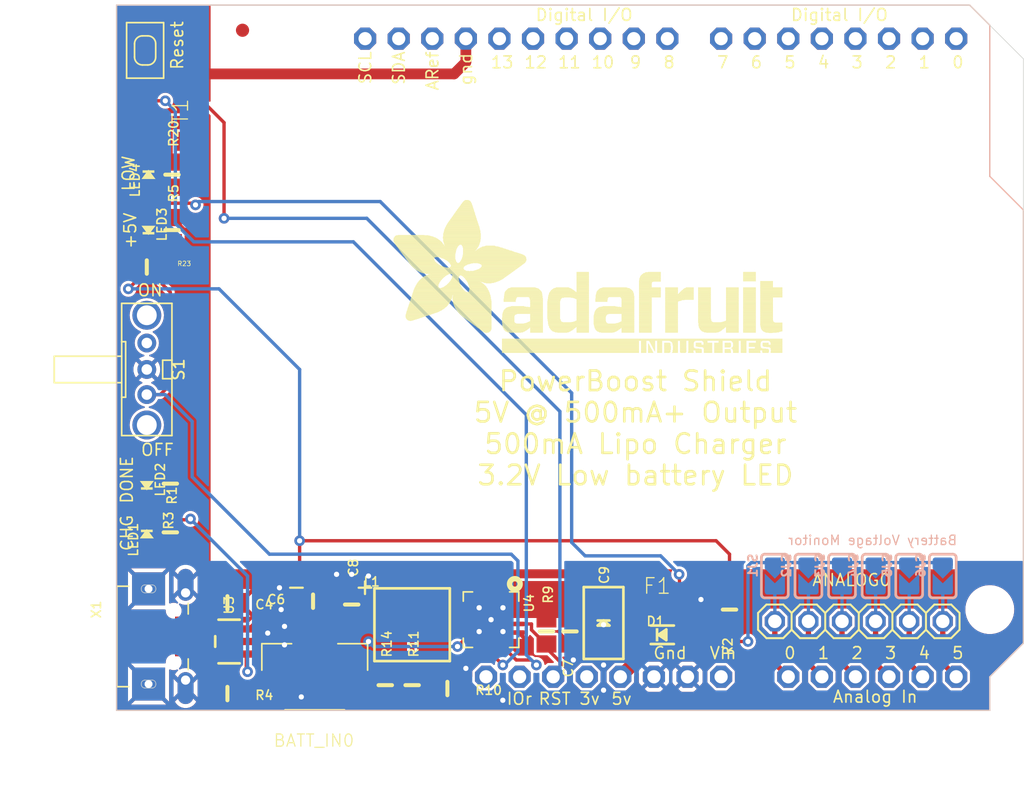
<source format=kicad_pcb>
(kicad_pcb (version 20221018) (generator pcbnew)
  (layers (0 "F.Cu" signal) (1 "In1.Cu" signal) (2 "In2.Cu" signal) (3 "In3.Cu" signal) (4 "In4.Cu" signal) (5 "In5.Cu" signal) (6 "In6.Cu" signal) (7 "In7.Cu" signal) (8 "In8.Cu" signal) (9 "In9.Cu" signal) (10 "In10.Cu" signal) (11 "In11.Cu" signal) (12 "In12.Cu" signal) (13 "In13.Cu" signal) (14 "In14.Cu" signal) (31 "B.Cu" signal) (34 "B.Paste" user) (35 "F.Paste" user) (36 "B.SilkS" user "B.Silkscreen") (37 "F.SilkS" user "F.Silkscreen") (38 "B.Mask" user) (39 "F.Mask" user) (44 "Edge.Cuts" user))
  (net 0 "")
  (net 1 "GND")
  (net 2 "+5V")
  (net 3 "A5")
  (net 4 "A4")
  (net 5 "A3")
  (net 6 "A2")
  (net 7 "A1")
  (net 8 "A0")
  (net 9 "ENABLE")
  (net 10 "VBAT")
  (net 11 "VIN")
  (net 12 "3V")
  (net 13 "N$2")
  (net 14 "N$3")
  (net 15 "N$5")
  (net 16 "N$6")
  (net 17 "N$4")
  (net 18 "LBI")
  (net 19 "N$9")
  (net 20 "FB")
  (net 21 "LBO")
  (net 22 "N$15")
  (net 23 "N$16")
  (net 24 "VBUS")
  (net 25 "VOUT")
  (net 26 "RESET")
  (net 27 "N$1")
  (net 28 "N$19")
  (footprint "working:CHIPLED_0805_NOOUTLINE" (layer "F.Cu") (at 116.6241 95.3516 180)
    (fp_text reference "LED3")
    (fp_text value "BLUE")
  )
  (footprint "working:0805-NO" (layer "F.Cu") (at 146.7231 125.7046 90)
    (fp_text reference "R9")
    (fp_text value "1.87Mohm")
  )
  (footprint "working:0805-NO" (layer "F.Cu") (at 136.5631 129.7686 90)
    (fp_text reference "R11")
    (fp_text value "340K")
  )
  (footprint "" (layer "F.Cu") (at 129.4511 80.8736)
    (fp_text reference "@HOLE0" hide)
    (fp_text value "")
  )
  (footprint "working:OS102011MA1Q" (layer "F.Cu") (at 116.4971 105.8926 -90)
    (fp_text reference "S1")
    (fp_text value "OS102011MA1Q" hide)
  )
  (footprint "working:CHIPLED_0805_NOOUTLINE" (layer "F.Cu") (at 116.4971 118.3386)
    (fp_text reference "LED1")
    (fp_text value "YELLOW")
  )
  (footprint "working:SOD-123" (layer "F.Cu") (at 155.4861 125.9586)
    (fp_text reference "D1")
    (fp_text value "MBR120")
  )
  (footprint "working:PVQFN-16" (layer "F.Cu") (at 142.5321 124.8156 -90)
    (fp_text reference "U4")
    (fp_text value "TPS61030RSAR")
  )
  (footprint "working:0805-NO" (layer "F.Cu") (at 139.2301 130.0226)
    (fp_text reference "R10")
    (fp_text value "200K")
  )
  (footprint "working:SC59-BEC" (layer "F.Cu") (at 117.1321 87.2236 -90)
    (fp_text reference "T1")
    (fp_text value "MMUN2133LT1G")
  )
  (footprint "working:EIA3528-21_B-R" (layer "F.Cu") (at 151.0411 125.0696 90)
    (fp_text reference "C9")
    (fp_text value "100uF/6V")
  )
  (footprint "working:0805-NO" (layer "F.Cu") (at 118.4021 95.3516 90)
    (fp_text reference "R5")
    (fp_text value "1K")
  )
  (footprint "working:0805-NO" (layer "F.Cu") (at 118.2751 118.2116 90)
    (fp_text reference "R1")
    (fp_text value "470")
  )
  (footprint "working:0805-NO" (layer "F.Cu") (at 118.4021 91.1606 90)
    (fp_text reference "R20")
    (fp_text value "1K")
  )
  (footprint "working:FIDUCIAL_1MM" (layer "F.Cu") (at 179.9971 127.6096 90)
    (fp_text reference "U$4" hide)
    (fp_text value "FIDUCIAL" hide)
  )
  (footprint "working:0805-NO" (layer "F.Cu") (at 122.5931 130.4036)
    (fp_text reference "R4")
    (fp_text value "2K")
  )
  (footprint "working:0805-NO" (layer "F.Cu") (at 122.5931 123.5456)
    (fp_text reference "C4")
    (fp_text value "10µF")
  )
  (footprint "working:ADAFRUIT_TEXT_30MM" (layer "F.Cu") (at 134.9121 104.6226)
    (fp_text reference "U$6" hide)
    (fp_text value "" hide)
  )
  (footprint "working:FIDUCIAL_1MM" (layer "F.Cu") (at 123.7361 80.2386 90)
    (fp_text reference "U$3" hide)
    (fp_text value "FIDUCIAL" hide)
  )
  (footprint "" (layer "F.Cu") (at 180.2511 124.0536)
    (fp_text reference "@HOLE1" hide)
    (fp_text value "")
  )
  (footprint "working:R1206" (layer "F.Cu") (at 155.3591 123.4186)
    (fp_text reference "F1")
    (fp_text value "500mA")
  )
  (footprint "working:INDUCTOR_5X5MM_TDK_VLC5045" (layer "F.Cu") (at 136.5631 125.1966)
    (fp_text reference "L1")
    (fp_text value "VLC5045-6.8uH")
  )
  (footprint "working:0805-NO" (layer "F.Cu") (at 134.5311 129.7686 90)
    (fp_text reference "R14")
    (fp_text value "1.87Mohm")
  )
  (footprint "working:4UCONN_20329" (layer "F.Cu") (at 118.5291 126.0856 -90)
    (fp_text reference "X1")
    (fp_text value "MicroUSB")
    (fp_line (start -3.9 2.2) (end -3.9 1.6) (stroke (width 0.05)) (layer "Edge.Cuts"))
    (fp_line (start -3.3 1.6) (end -3.3 2.2) (stroke (width 0.05)) (layer "Edge.Cuts"))
    (fp_line (start 3.3 2.2) (end 3.3 1.6) (stroke (width 0.05)) (layer "Edge.Cuts"))
    (fp_line (start 3.9 1.6) (end 3.9 2.2) (stroke (width 0.05)) (layer "Edge.Cuts"))
    (fp_arc (start -3.9 1.6) (mid -3.801777 1.412868) (end -3.6 1.35) (stroke (width 0.05)) (layer "Edge.Cuts"))
    (fp_arc (start -3.6 1.35) (mid -3.398223 1.412868) (end -3.3 1.6) (stroke (width 0.05)) (layer "Edge.Cuts"))
    (fp_arc (start -3.6 2.45) (mid -3.801777 2.387132) (end -3.9 2.2) (stroke (width 0.05)) (layer "Edge.Cuts"))
    (fp_arc (start -3.3 2.2) (mid -3.398223 2.387132) (end -3.6 2.45) (stroke (width 0.05)) (layer "Edge.Cuts"))
    (fp_arc (start 3.3 1.6) (mid 3.398223 1.412868) (end 3.6 1.35) (stroke (width 0.05)) (layer "Edge.Cuts"))
    (fp_arc (start 3.6 1.35) (mid 3.801777 1.412868) (end 3.9 1.6) (stroke (width 0.05)) (layer "Edge.Cuts"))
    (fp_arc (start 3.6 2.45) (mid 3.398223 2.387132) (end 3.3 2.2) (stroke (width 0.05)) (layer "Edge.Cuts"))
    (fp_arc (start 3.9 2.2) (mid 3.801777 2.387132) (end 3.6 2.45) (stroke (width 0.05)) (layer "Edge.Cuts"))
  )
  (footprint "working:0805-NO" (layer "F.Cu") (at 131.9911 123.6726 90)
    (fp_text reference "C8")
    (fp_text value "0.1uF")
  )
  (footprint "working:1X06" (layer "F.Cu") (at 170.3451 124.9426 180)
    (fp_text reference "ANALOG0")
    (fp_text value "ANALOG")
  )
  (footprint "working:CHIPLED_0805_NOOUTLINE" (layer "F.Cu") (at 116.4971 114.6556 180)
    (fp_text reference "LED2")
    (fp_text value "GREEN")
  )
  (footprint "working:0805-NO" (layer "F.Cu") (at 160.5661 124.0536 -90)
    (fp_text reference "R2")
    (fp_text value "2K")
  )
  (footprint "working:SOT23-5" (layer "F.Cu") (at 122.7201 126.4666 90)
    (fp_text reference "U3")
    (fp_text value "MCP73831T-2ACI/OT")
  )
  (footprint "working:0805-NO" (layer "F.Cu") (at 129.0701 123.4186 180)
    (fp_text reference "C6")
    (fp_text value "10uF")
  )
  (footprint "working:ARDUINOR3-NOSILK" (layer "F.Cu") (at 114.2111 131.6736)
    (fp_text reference "U2" hide)
    (fp_text value "ARDUINOR3-NOSILK" hide)
  )
  (footprint "working:KMR2" (layer "F.Cu") (at 116.3701 81.7626 90)
    (fp_text reference "SW1" hide)
    (fp_text value "SPST_TACT-KMR2" hide)
  )
  (footprint "working:JST-PH-2-SMT" (layer "F.Cu") (at 129.1971 129.1336 180)
    (fp_text reference "BATT_IN0")
    (fp_text value "JST-PH")
  )
  (footprint "" (layer "F.Cu") (at 180.2511 96.1136)
    (fp_text reference "@HOLE2" hide)
    (fp_text value "")
  )
  (footprint "working:0805-NO" (layer "F.Cu") (at 118.2751 114.5286 -90)
    (fp_text reference "R3")
    (fp_text value "1K")
  )
  (footprint "working:CHIPLED_0805_NOOUTLINE" (layer "F.Cu") (at 116.6241 91.1606)
    (fp_text reference "LED4")
    (fp_text value "RED")
  )
  (footprint "working:0805-NO" (layer "F.Cu") (at 148.5011 125.7046 -90)
    (fp_text reference "C7")
    (fp_text value "2.2uF")
  )
  (footprint "working:0805-NO" (layer "F.Cu") (at 116.4971 98.1456)
    (fp_text reference "R23")
    (fp_text value "340K")
  )
  (footprint "working:SOLDERJUMPER_ARROW_NOPASTE" (layer "B.Cu") (at 166.5351 121.5136 -90)
    (fp_text reference "SJ2")
    (fp_text value "")
  )
  (footprint "working:SOLDERJUMPER_ARROW_NOPASTE" (layer "B.Cu") (at 163.9951 121.5136 -90)
    (fp_text reference "SJ1")
    (fp_text value "")
  )
  (footprint "working:SOLDERJUMPER_ARROW_NOPASTE" (layer "B.Cu") (at 176.6951 121.5136 -90)
    (fp_text reference "SJ6")
    (fp_text value "")
  )
  (footprint "working:SOLDERJUMPER_ARROW_NOPASTE" (layer "B.Cu") (at 171.6151 121.5136 -90)
    (fp_text reference "SJ4")
    (fp_text value "")
  )
  (footprint "working:SOLDERJUMPER_ARROW_NOPASTE" (layer "B.Cu") (at 174.1551 121.5136 -90)
    (fp_text reference "SJ5")
    (fp_text value "")
  )
  (footprint "working:SOLDERJUMPER_ARROW_NOPASTE" (layer "B.Cu") (at 169.0751 121.5136 -90)
    (fp_text reference "SJ3")
    (fp_text value "")
  )
  (gr_line (start 180.2511 129.1336) (end 182.7911 126.5936) (stroke (width 0.05)) (layer "Edge.Cuts"))
  (gr_line (start 178.7271 78.3336) (end 114.2111 78.3336) (stroke (width 0.05)) (layer "Edge.Cuts"))
  (gr_line (start 114.2111 131.6736) (end 180.2511 131.6736) (stroke (width 0.05)) (layer "Edge.Cuts"))
  (gr_line (start 180.2511 131.6736) (end 180.2511 129.1336) (stroke (width 0.05)) (layer "Edge.Cuts"))
  (gr_line (start 182.7911 82.3976) (end 178.7271 78.3336) (stroke (width 0.05)) (layer "Edge.Cuts"))
  (gr_line (start 114.2111 78.3336) (end 114.2111 131.6736) (stroke (width 0.05)) (layer "Edge.Cuts"))
  (gr_line (start 182.7911 126.5936) (end 182.7911 82.3976) (stroke (width 0.05)) (layer "Edge.Cuts"))
  (gr_text "Battery Voltage Monitor" (at 177.8381 119.2276) (layer "B.SilkS") (effects (font (size 0.715264 0.715264) (thickness 0.097536)) (justify left bottom mirror)))
  (gr_text "Vin" (at 158.9964 127.8636) (layer "F.SilkS") (effects (font (size 0.89408 0.89408) (thickness 0.12192)) (justify left bottom)))
  (gr_text "8" (at 156.5021 82.1436) (layer "F.SilkS") (effects (font (size 0.89408 0.89408) (thickness 0.12192)) (justify right top)))
  (gr_text "CHG" (at 114.4651 116.8146 90) (layer "F.SilkS") (effects (font (size 0.89408 0.89408) (thickness 0.12192)) (justify right top)))
  (gr_text "12" (at 146.8501 82.1436) (layer "F.SilkS") (effects (font (size 0.89408 0.89408) (thickness 0.12192)) (justify right top)))
  (gr_text "SCL" (at 132.4991 81.7626 90) (layer "F.SilkS") (effects (font (size 0.89408 0.89408) (thickness 0.12192)) (justify right top)))
  (gr_text "11" (at 149.3901 82.1436) (layer "F.SilkS") (effects (font (size 0.89408 0.89408) (thickness 0.12192)) (justify right top)))
  (gr_text "10" (at 151.9301 82.1436) (layer "F.SilkS") (effects (font (size 0.89408 0.89408) (thickness 0.12192)) (justify right top)))
  (gr_text "ON" (at 115.7351 100.4316) (layer "F.SilkS") (effects (font (size 0.89408 0.89408) (thickness 0.12192)) (justify left bottom)))
  (gr_text "PowerBoost Shield\n5V @ 500mA+ Output\n500mA Lipo Charger\n3.2V Low battery LED" (at 153.4541 110.3376) (layer "F.SilkS") (effects (font (size 1.475232 1.475232) (thickness 0.201168))))
  (gr_text "3v" (at 150.8328 130.2766) (layer "F.SilkS") (effects (font (size 0.89408 0.89408) (thickness 0.12192)) (justify right top)))
  (gr_text "+5V" (at 114.7191 93.9546 90) (layer "F.SilkS") (effects (font (size 0.89408 0.89408) (thickness 0.12192)) (justify right top)))
  (gr_text "IOr" (at 145.7172 130.2766) (layer "F.SilkS") (effects (font (size 0.89408 0.89408) (thickness 0.12192)) (justify right top)))
  (gr_text "ARef" (at 137.5791 81.7626 90) (layer "F.SilkS") (effects (font (size 0.89408 0.89408) (thickness 0.12192)) (justify right top)))
  (gr_text "5v" (at 153.2458 130.2766) (layer "F.SilkS") (effects (font (size 0.89408 0.89408) (thickness 0.12192)) (justify right top)))
  (gr_text "Digital I/O" (at 165.1381 79.6036) (layer "F.SilkS") (effects (font (size 0.89408 0.89408) (thickness 0.12192)) (justify left bottom)))
  (gr_text "DONE" (at 114.4651 112.3696 90) (layer "F.SilkS") (effects (font (size 0.89408 0.89408) (thickness 0.12192)) (justify right top)))
  (gr_text "SDA" (at 135.0391 81.7626 90) (layer "F.SilkS") (effects (font (size 0.89408 0.89408) (thickness 0.12192)) (justify right top)))
  (gr_text "Reset" (at 118.2751 79.4766 90) (layer "F.SilkS") (effects (font (size 0.89408 0.89408) (thickness 0.12192)) (justify right top)))
  (gr_text "2" (at 173.2661 82.1436) (layer "F.SilkS") (effects (font (size 0.89408 0.89408) (thickness 0.12192)) (justify right top)))
  (gr_text "LOW" (at 114.5921 89.6366 90) (layer "F.SilkS") (effects (font (size 0.89408 0.89408) (thickness 0.12192)) (justify right top)))
  (gr_text "9" (at 153.9621 82.1436) (layer "F.SilkS") (effects (font (size 0.89408 0.89408) (thickness 0.12192)) (justify right top)))
  (gr_text "4" (at 174.7901 127.8636) (layer "F.SilkS") (effects (font (size 0.89408 0.89408) (thickness 0.12192)) (justify left bottom)))
  (gr_text "OFF" (at 115.9891 112.4966) (layer "F.SilkS") (effects (font (size 0.89408 0.89408) (thickness 0.12192)) (justify left bottom)))
  (gr_text "3" (at 170.7261 82.1436) (layer "F.SilkS") (effects (font (size 0.89408 0.89408) (thickness 0.12192)) (justify right top)))
  (gr_text "5" (at 165.6461 82.1436) (layer "F.SilkS") (effects (font (size 0.89408 0.89408) (thickness 0.12192)) (justify right top)))
  (gr_text "3" (at 172.2501 127.8636) (layer "F.SilkS") (effects (font (size 0.89408 0.89408) (thickness 0.12192)) (justify left bottom)))
  (gr_text "13" (at 144.3101 82.1436) (layer "F.SilkS") (effects (font (size 0.89408 0.89408) (thickness 0.12192)) (justify right top)))
  (gr_text "Gnd" (at 154.7342 127.8636) (layer "F.SilkS") (effects (font (size 0.89408 0.89408) (thickness 0.12192)) (justify left bottom)))
  (gr_text "6" (at 163.1061 82.1436) (layer "F.SilkS") (effects (font (size 0.89408 0.89408) (thickness 0.12192)) (justify right top)))
  (gr_text "5" (at 177.3301 127.8636) (layer "F.SilkS") (effects (font (size 0.89408 0.89408) (thickness 0.12192)) (justify left bottom)))
  (gr_text "0" (at 164.6301 127.8636) (layer "F.SilkS") (effects (font (size 0.89408 0.89408) (thickness 0.12192)) (justify left bottom)))
  (gr_text "1" (at 167.1701 127.8636) (layer "F.SilkS") (effects (font (size 0.89408 0.89408) (thickness 0.12192)) (justify left bottom)))
  (gr_text "Analog In" (at 168.3131 131.1656) (layer "F.SilkS") (effects (font (size 0.89408 0.89408) (thickness 0.12192)) (justify left bottom)))
  (gr_text "gnd" (at 140.1191 81.8896 90) (layer "F.SilkS") (effects (font (size 0.89408 0.89408) (thickness 0.12192)) (justify right top)))
  (gr_text "7" (at 160.5661 82.1436) (layer "F.SilkS") (effects (font (size 0.89408 0.89408) (thickness 0.12192)) (justify right top)))
  (gr_text "2" (at 169.7101 127.8636) (layer "F.SilkS") (effects (font (size 0.89408 0.89408) (thickness 0.12192)) (justify left bottom)))
  (gr_text "1" (at 175.8061 82.1436) (layer "F.SilkS") (effects (font (size 0.89408 0.89408) (thickness 0.12192)) (justify right top)))
  (gr_text "4" (at 168.1861 82.1436) (layer "F.SilkS") (effects (font (size 0.89408 0.89408) (thickness 0.12192)) (justify right top)))
  (gr_text "Digital I/O" (at 145.8341 79.6036) (layer "F.SilkS") (effects (font (size 0.89408 0.89408) (thickness 0.12192)) (justify left bottom)))
  (gr_text "0" (at 178.3461 82.1436) (layer "F.SilkS") (effects (font (size 0.89408 0.89408) (thickness 0.12192)) (justify right top)))
  (gr_text "RST" (at 148.6382 130.2766) (layer "F.SilkS") (effects (font (size 0.89408 0.89408) (thickness 0.12192)) (justify right top)))
  (segment (start 136.5631 130.7186) (end 137.5841 130.7186) (width 0.254) (layer "F.Cu") (net 1))
  (segment (start 141.6431 124.4906) (end 141.6431 123.9266) (width 0.4064) (layer "F.Cu") (net 1))
  (segment (start 140.4321 123.8406) (end 140.5071 123.9156) (width 0.254) (layer "F.Cu") (net 1))
  (segment (start 141.6321 123.9156) (end 141.6431 123.9266) (width 0.254) (layer "F.Cu") (net 1))
  (segment (start 142.1511 125.9586) (end 142.2071 125.9586) (width 0.254) (layer "F.Cu") (net 1))
  (segment (start 142.4051 125.1406) (end 142.4051 124.8156) (width 0.4064) (layer "F.Cu") (net 1))
  (segment (start 140.5071 123.9156) (end 141.6321 123.9156) (width 0.254) (layer "F.Cu") (net 1))
  (segment (start 142.2071 125.9586) (end 142.2071 126.9156) (width 0.254) (layer "F.Cu") (net 1))
  (segment (start 140.6271 82.6516) (end 139.7381 83.5406) (width 0.8128) (layer "F.Cu") (net 1))
  (segment (start 131.9911 122.7226) (end 131.9911 121.3866) (width 0.254) (layer "F.Cu") (net 1))
  (segment (start 139.7381 83.5406) (end 120.1801 83.5406) (width 0.8128) (layer "F.Cu") (net 1))
  (segment (start 140.4321 124.4906) (end 141.6431 124.4906) (width 0.4064) (layer "F.Cu") (net 1))
  (segment (start 144.6321 125.7906) (end 143.4321 125.7906) (width 0.254) (layer "F.Cu") (net 1))
  (segment (start 142.5321 124.8156) (end 142.4051 124.8156) (width 0.254) (layer "F.Cu") (net 1))
  (segment (start 141.7811 125.7156) (end 141.7811 125.5886) (width 0.254) (layer "F.Cu") (net 1))
  (segment (start 141.6321 125.7156) (end 141.7811 125.7156) (width 0.254) (layer "F.Cu") (net 1))
  (segment (start 141.7811 125.5886) (end 142.1511 125.9586) (width 0.254) (layer "F.Cu") (net 1))
  (segment (start 140.6271 80.8736) (end 140.6271 82.6516) (width 0.8128) (layer "F.Cu") (net 1))
  (segment (start 143.4321 125.7906) (end 143.4321 125.7156) (width 0.254) (layer "F.Cu") (net 1))
  (segment (start 140.4321 125.1406) (end 142.4051 125.1406) (width 0.4064) (layer "F.Cu") (net 1))
  (segment (start 137.5841 130.7186) (end 138.2801 130.0226) (width 0.254) (layer "F.Cu") (net 1))
  (via (at 125.6411 125.8316) (size 0.8001) (drill 0.3937) (layers "F.Cu" "B.Cu") (net 1))
  (via (at 133.2611 121.5136) (size 0.8001) (drill 0.3937) (layers "F.Cu" "B.Cu") (net 1))
  (via (at 140.6271 128.4986) (size 0.8001) (drill 0.3937) (layers "F.Cu" "B.Cu") (net 1))
  (via (at 126.6571 124.0536) (size 0.8001) (drill 0.3937) (layers "F.Cu" "B.Cu") (net 1))
  (via (at 151.0411 128.2446) (size 0.8001) (drill 0.3937) (layers "F.Cu" "B.Cu") (net 1))
  (via (at 126.5301 122.4026) (size 0.8001) (drill 0.3937) (layers "F.Cu" "B.Cu") (net 1))
  (via (at 158.4071 123.2916) (size 0.8001) (drill 0.3937) (layers "F.Cu" "B.Cu") (net 1))
  (via (at 126.9111 126.7206) (size 0.8001) (drill 0.3937) (layers "F.Cu" "B.Cu") (net 1))
  (via (at 131.9911 121.3866) (size 0.8001) (drill 0.3937) (layers "F.Cu" "B.Cu") (net 1))
  (via (at 151.0411 130.1496) (size 0.8001) (drill 0.3937) (layers "F.Cu" "B.Cu") (net 1))
  (via (at 151.0411 125.1966) (size 0.8001) (drill 0.3937) (layers "F.Cu" "B.Cu") (net 1))
  (via (at 128.1811 130.6576) (size 0.8001) (drill 0.3937) (layers "F.Cu" "B.Cu") (net 1))
  (via (at 148.7551 127.8636) (size 0.8001) (drill 0.3937) (layers "F.Cu" "B.Cu") (net 1))
  (via (at 126.9111 125.3236) (size 0.8001) (drill 0.3937) (layers "F.Cu" "B.Cu") (net 1))
  (via (at 143.4211 130.9116) (size 0.8001) (drill 0.3937) (layers "F.Cu" "B.Cu") (net 1))
  (via (at 130.8481 121.3866) (size 0.8001) (drill 0.3937) (layers "F.Cu" "B.Cu") (net 1))
  (segment (start 153.7081 127.7366) (end 153.7081 125.9336) (width 1.016) (layer "F.Cu") (net 2))
  (segment (start 153.7081 127.7366) (end 152.3111 129.1336) (width 1.016) (layer "F.Cu") (net 2))
  (segment (start 153.6831 125.9586) (end 153.6361 125.9586) (width 0.254) (layer "F.Cu") (net 2))
  (segment (start 153.7081 125.9336) (end 153.6831 125.9586) (width 0.254) (layer "F.Cu") (net 2))
  (segment (start 176.6951 124.9426) (end 176.6951 128.1176) (width 0.4064) (layer "F.Cu") (net 3))
  (segment (start 176.6951 128.1176) (end 177.7111 129.1336) (width 0.4064) (layer "F.Cu") (net 3))
  (segment (start 176.6951 122.5296) (end 176.6951 124.9426) (width 0.254) (layer "B.Cu") (net 3))
  (segment (start 174.1551 128.1176) (end 175.1711 129.1336) (width 0.4064) (layer "F.Cu") (net 4))
  (segment (start 174.1551 124.9426) (end 174.1551 128.1176) (width 0.4064) (layer "F.Cu") (net 4))
  (segment (start 174.1551 122.5296) (end 174.1551 124.9426) (width 0.254) (layer "B.Cu") (net 4))
  (segment (start 171.6151 124.9426) (end 171.6151 128.1176) (width 0.4064) (layer "F.Cu") (net 5))
  (segment (start 171.6151 128.1176) (end 172.6311 129.1336) (width 0.4064) (layer "F.Cu") (net 5))
  (segment (start 171.6151 122.5296) (end 171.6151 124.9426) (width 0.254) (layer "B.Cu") (net 5))
  (segment (start 169.0751 124.9426) (end 169.0751 128.1176) (width 0.4064) (layer "F.Cu") (net 6))
  (segment (start 169.0751 128.1176) (end 170.0911 129.1336) (width 0.4064) (layer "F.Cu") (net 6))
  (segment (start 169.0751 122.5296) (end 169.0751 124.9426) (width 0.254) (layer "B.Cu") (net 6))
  (segment (start 166.5351 128.1176) (end 167.5511 129.1336) (width 0.4064) (layer "F.Cu") (net 7))
  (segment (start 166.5351 124.9426) (end 166.5351 128.1176) (width 0.4064) (layer "F.Cu") (net 7))
  (segment (start 166.5351 122.5296) (end 166.5351 124.9426) (width 0.254) (layer "B.Cu") (net 7))
  (segment (start 163.9951 128.1176) (end 165.0111 129.1336) (width 0.4064) (layer "F.Cu") (net 8))
  (segment (start 163.9951 124.9426) (end 163.9951 128.1176) (width 0.4064) (layer "F.Cu") (net 8))
  (segment (start 163.9951 122.5296) (end 163.9951 124.9426) (width 0.254) (layer "B.Cu") (net 8))
  (segment (start 118.2751 107.0356) (end 117.5131 107.7976) (width 0.254) (layer "F.Cu") (net 9))
  (segment (start 117.5131 107.7976) (end 116.5021 107.7976) (width 0.254) (layer "F.Cu") (net 9))
  (segment (start 142.8571 127.6806) (end 143.4211 128.2446) (width 0.254) (layer "F.Cu") (net 9))
  (segment (start 116.5021 107.7976) (end 116.4971 107.7926) (width 0.254) (layer "F.Cu") (net 9))
  (segment (start 117.4471 99.2226) (end 118.2751 100.0506) (width 0.254) (layer "F.Cu") (net 9))
  (segment (start 142.8571 126.9156) (end 142.8571 127.6806) (width 0.254) (layer "F.Cu") (net 9))
  (segment (start 118.2751 100.0506) (end 118.2751 107.0356) (width 0.254) (layer "F.Cu") (net 9))
  (segment (start 117.4471 98.1456) (end 117.4471 99.2226) (width 0.254) (layer "F.Cu") (net 9))
  (via (at 143.4211 128.2446) (size 0.8001) (drill 0.3937) (layers "F.Cu" "B.Cu") (net 9))
  (segment (start 143.4211 128.2446) (end 143.5481 128.2446) (width 0.254) (layer "B.Cu") (net 9))
  (segment (start 119.9261 114.0206) (end 119.9261 109.8296) (width 0.254) (layer "B.Cu") (net 9))
  (segment (start 144.0561 119.8626) (end 125.7681 119.8626) (width 0.254) (layer "B.Cu") (net 9))
  (segment (start 119.9261 109.8296) (end 117.8891 107.7926) (width 0.254) (layer "B.Cu") (net 9))
  (segment (start 143.5481 128.2446) (end 144.5641 127.2286) (width 0.254) (layer "B.Cu") (net 9))
  (segment (start 144.5641 120.3706) (end 144.0561 119.8626) (width 0.254) (layer "B.Cu") (net 9))
  (segment (start 144.5641 127.2286) (end 144.5641 120.3706) (width 0.254) (layer "B.Cu") (net 9))
  (segment (start 125.7681 119.8626) (end 119.9261 114.0206) (width 0.254) (layer "B.Cu") (net 9))
  (segment (start 117.8891 107.7926) (end 116.4971 107.7926) (width 0.254) (layer "B.Cu") (net 9))
  (segment (start 129.5781 121.3866) (end 130.0201 121.8286) (width 0.4064) (layer "F.Cu") (net 10))
  (segment (start 128.0541 118.8466) (end 128.0541 121.3866) (width 0.254) (layer "F.Cu") (net 10))
  (segment (start 125.6411 124.1806) (end 124.3051 125.5166) (width 0.4064) (layer "F.Cu") (net 10))
  (segment (start 134.5311 128.8186) (end 134.5311 126.4666) (width 0.254) (layer "F.Cu") (net 10))
  (segment (start 140.4321 125.7906) (end 140.4321 126.4076) (width 0.254) (layer "F.Cu") (net 10))
  (segment (start 114.5921 89.5136) (end 114.5921 97.1906) (width 0.254) (layer "F.Cu") (net 10))
  (segment (start 160.5661 119.8626) (end 160.5661 123.1036) (width 0.254) (layer "F.Cu") (net 10))
  (segment (start 115.9321 88.1736) (end 114.5921 89.5136) (width 0.254) (layer "F.Cu") (net 10))
  (segment (start 134.6581 126.4666) (end 134.9121 126.2126) (width 0.254) (layer "F.Cu") (net 10))
  (segment (start 133.2611 126.4666) (end 134.5311 126.4666) (width 0.254) (layer "F.Cu") (net 10))
  (segment (start 140.4321 126.4076) (end 139.9921 126.8476) (width 0.254) (layer "F.Cu") (net 10))
  (segment (start 115.5471 98.1456) (end 115.5471 99.3496) (width 0.254) (layer "F.Cu") (net 10))
  (segment (start 114.5921 97.1906) (end 115.5471 98.1456) (width 0.254) (layer "F.Cu") (net 10))
  (segment (start 130.0201 121.8286) (end 130.0201 123.4186) (width 0.4064) (layer "F.Cu") (net 10))
  (segment (start 159.5501 118.8466) (end 160.5661 119.8626) (width 0.254) (layer "F.Cu") (net 10))
  (segment (start 125.6411 121.6406) (end 125.8951 121.3866) (width 0.4064) (layer "F.Cu") (net 10))
  (segment (start 159.5501 118.8466) (end 128.0541 118.8466) (width 0.254) (layer "F.Cu") (net 10))
  (segment (start 134.5311 126.4666) (end 134.6581 126.4666) (width 0.254) (layer "F.Cu") (net 10))
  (segment (start 124.3051 125.5166) (end 124.0202 125.5166) (width 0.4064) (layer "F.Cu") (net 10))
  (segment (start 128.0541 121.3866) (end 129.5781 121.3866) (width 0.4064) (layer "F.Cu") (net 10))
  (segment (start 125.8951 121.3866) (end 128.0541 121.3866) (width 0.4064) (layer "F.Cu") (net 10))
  (segment (start 125.6411 124.1806) (end 125.6411 121.6406) (width 0.4064) (layer "F.Cu") (net 10))
  (segment (start 115.5471 99.3496) (end 115.1001 99.7966) (width 0.254) (layer "F.Cu") (net 10))
  (via (at 133.2611 126.4666) (size 0.8001) (drill 0.3937) (layers "F.Cu" "B.Cu") (net 10))
  (via (at 139.9921 126.8476) (size 0.8001) (drill 0.3937) (layers "F.Cu" "B.Cu") (net 10))
  (via (at 115.1001 99.7966) (size 0.8001) (drill 0.3937) (layers "F.Cu" "B.Cu") (net 10))
  (via (at 128.0541 118.8466) (size 0.8001) (drill 0.3937) (layers "F.Cu" "B.Cu") (net 10))
  (segment (start 115.1001 99.7966) (end 121.9581 99.7966) (width 0.254) (layer "B.Cu") (net 10))
  (segment (start 128.0541 105.8926) (end 128.0541 118.8466) (width 0.254) (layer "B.Cu") (net 10))
  (segment (start 121.9581 99.7966) (end 128.0541 105.8926) (width 0.254) (layer "B.Cu") (net 10))
  (segment (start 139.9921 126.8476) (end 133.6421 126.8476) (width 0.254) (layer "B.Cu") (net 10))
  (segment (start 133.6421 126.8476) (end 133.2611 126.4666) (width 0.254) (layer "B.Cu") (net 10))
  (segment (start 117.7671 118.8466) (end 117.9601 118.8466) (width 0.254) (layer "F.Cu") (net 13))
  (segment (start 116.4971 117.2886) (end 116.4971 117.5766) (width 0.254) (layer "F.Cu") (net 13))
  (segment (start 117.9601 118.8466) (end 118.2751 119.1616) (width 0.254) (layer "F.Cu") (net 13))
  (segment (start 116.4971 117.5766) (end 117.7671 118.8466) (width 0.254) (layer "F.Cu") (net 13))
  (segment (start 119.7331 117.2616) (end 119.7991 117.1956) (width 0.254) (layer "F.Cu") (net 14))
  (segment (start 124.0202 128.6557) (end 124.0202 127.4166) (width 0.254) (layer "F.Cu") (net 14))
  (segment (start 124.1171 128.7526) (end 124.0202 128.6557) (width 0.254) (layer "F.Cu") (net 14))
  (segment (start 118.2751 115.4786) (end 118.2751 117.2616) (width 0.254) (layer "F.Cu") (net 14))
  (segment (start 118.2751 117.2616) (end 119.7331 117.2616) (width 0.254) (layer "F.Cu") (net 14))
  (via (at 124.1171 128.7526) (size 0.8001) (drill 0.3937) (layers "F.Cu" "B.Cu") (net 14))
  (via (at 119.7991 117.1956) (size 0.8001) (drill 0.3937) (layers "F.Cu" "B.Cu") (net 14))
  (segment (start 124.1171 121.5136) (end 124.1171 128.7526) (width 0.254) (layer "B.Cu") (net 14))
  (segment (start 124.1171 121.5136) (end 119.7991 117.1956) (width 0.254) (layer "B.Cu") (net 14))
  (segment (start 121.42 130.6267) (end 121.42 127.4166) (width 0.254) (layer "F.Cu") (net 15))
  (segment (start 121.6431 130.4036) (end 121.42 130.6267) (width 0.254) (layer "F.Cu") (net 15))
  (segment (start 116.4971 113.6056) (end 116.5241 113.5786) (width 0.254) (layer "F.Cu") (net 16))
  (segment (start 116.5241 113.5786) (end 118.2751 113.5786) (width 0.254) (layer "F.Cu") (net 16))
  (segment (start 141.5571 122.7156) (end 141.5571 122.5296) (width 0.254) (layer "F.Cu") (net 17))
  (segment (start 142.2071 122.6566) (end 142.2071 122.7156) (width 0.254) (layer "F.Cu") (net 17))
  (segment (start 134.6631 130.7186) (end 136.5631 128.8186) (width 0.254) (layer "F.Cu") (net 18))
  (segment (start 141.0671 126.9156) (end 139.2301 128.7526) (width 0.254) (layer "F.Cu") (net 18))
  (segment (start 134.5311 130.7186) (end 134.5361 130.7186) (width 0.254) (layer "F.Cu") (net 18))
  (segment (start 141.0671 126.9156) (end 141.5571 126.9156) (width 0.254) (layer "F.Cu") (net 18))
  (segment (start 136.6291 128.7526) (end 136.5631 128.8186) (width 0.254) (layer "F.Cu") (net 18))
  (segment (start 139.2301 128.7526) (end 136.6291 128.7526) (width 0.254) (layer "F.Cu") (net 18))
  (segment (start 134.5311 130.7186) (end 134.6631 130.7186) (width 0.254) (layer "F.Cu") (net 18))
  (segment (start 116.6241 96.4016) (end 118.3021 96.4016) (width 0.254) (layer "F.Cu") (net 19))
  (segment (start 118.3021 96.4016) (end 118.4021 96.3016) (width 0.254) (layer "F.Cu") (net 19))
  (segment (start 148.5011 128.7526) (end 148.5011 129.8956) (width 0.254) (layer "F.Cu") (net 20))
  (segment (start 148.5011 128.7526) (end 146.7231 126.9746) (width 0.254) (layer "F.Cu") (net 20))
  (segment (start 145.5901 125.1406) (end 145.5901 125.5876) (width 0.254) (layer "F.Cu") (net 20))
  (segment (start 144.6321 125.1406) (end 145.5901 125.1406) (width 0.254) (layer "F.Cu") (net 20))
  (segment (start 142.5321 130.4036) (end 140.8811 130.4036) (width 0.254) (layer "F.Cu") (net 20))
  (segment (start 140.3731 129.8956) (end 140.3071 129.8956) (width 0.254) (layer "F.Cu") (net 20))
  (segment (start 147.9931 130.4036) (end 144.3101 130.4036) (width 0.254) (layer "F.Cu") (net 20))
  (segment (start 143.0401 129.8956) (end 142.5321 130.4036) (width 0.254) (layer "F.Cu") (net 20))
  (segment (start 146.7231 126.7206) (end 146.7231 126.6546) (width 0.254) (layer "F.Cu") (net 20))
  (segment (start 144.3101 130.4036) (end 143.8021 129.8956) (width 0.254) (layer "F.Cu") (net 20))
  (segment (start 146.7231 126.9746) (end 146.7231 126.6546) (width 0.254) (layer "F.Cu") (net 20))
  (segment (start 140.8811 130.4036) (end 140.3731 129.8956) (width 0.254) (layer "F.Cu") (net 20))
  (segment (start 145.5901 125.5876) (end 146.7231 126.7206) (width 0.254) (layer "F.Cu") (net 20))
  (segment (start 143.8021 129.8956) (end 143.0401 129.8956) (width 0.254) (layer "F.Cu") (net 20))
  (segment (start 140.3071 129.8956) (end 140.1801 130.0226) (width 0.254) (layer "F.Cu") (net 20))
  (segment (start 148.5011 129.8956) (end 147.9931 130.4036) (width 0.254) (layer "F.Cu") (net 20))
  (segment (start 117.8941 85.5726) (end 116.6331 85.5726) (width 0.254) (layer "F.Cu") (net 21))
  (segment (start 144.4371 127.8636) (end 145.5801 127.8636) (width 0.254) (layer "F.Cu") (net 21))
  (segment (start 144.4371 127.8636) (end 143.5071 126.9336) (width 0.254) (layer "F.Cu") (net 21))
  (segment (start 145.5801 127.8636) (end 145.9611 128.2446) (width 0.254) (layer "F.Cu") (net 21))
  (segment (start 116.6331 85.5726) (end 115.9321 86.2736) (width 0.254) (layer "F.Cu") (net 21))
  (segment (start 143.5071 126.9336) (end 143.5071 126.9156) (width 0.254) (layer "F.Cu") (net 21))
  (segment (start 143.5071 126.9156) (end 143.5661 126.9746) (width 0.254) (layer "F.Cu") (net 21))
  (via (at 145.9611 128.2446) (size 0.8001) (drill 0.3937) (layers "F.Cu" "B.Cu") (net 21))
  (via (at 117.8941 85.5726) (size 0.8001) (drill 0.3937) (layers "F.Cu" "B.Cu") (net 21))
  (segment (start 118.6561 94.8436) (end 118.6561 86.3346) (width 0.254) (layer "B.Cu") (net 21))
  (segment (start 132.1181 96.2406) (end 120.0531 96.2406) (width 0.254) (layer "B.Cu") (net 21))
  (segment (start 118.6561 86.3346) (end 117.8941 85.5726) (width 0.254) (layer "B.Cu") (net 21))
  (segment (start 145.1991 109.3216) (end 132.1181 96.2406) (width 0.254) (layer "B.Cu") (net 21))
  (segment (start 145.1991 127.4826) (end 145.1991 109.3216) (width 0.254) (layer "B.Cu") (net 21))
  (segment (start 120.0531 96.2406) (end 118.6561 94.8436) (width 0.254) (layer "B.Cu") (net 21))
  (segment (start 145.9611 128.2446) (end 145.1991 127.4826) (width 0.254) (layer "B.Cu") (net 21))
  (segment (start 118.4021 92.1106) (end 118.3021 92.2106) (width 0.254) (layer "F.Cu") (net 22))
  (segment (start 118.3021 92.2106) (end 116.6241 92.2106) (width 0.254) (layer "F.Cu") (net 22))
  (segment (start 118.4021 90.2106) (end 118.3321 90.1406) (width 0.254) (layer "F.Cu") (net 23))
  (segment (start 118.3321 90.1406) (end 118.3321 87.2236) (width 0.254) (layer "F.Cu") (net 23))
  (segment (start 121.42 123.7687) (end 121.6431 123.5456) (width 0.4064) (layer "F.Cu") (net 24))
  (segment (start 121.4501 122.6566) (end 121.6431 122.8496) (width 0.254) (layer "F.Cu") (net 24))
  (segment (start 120.0531 120.3706) (end 117.2251 120.3706) (width 0.254) (layer "F.Cu") (net 24))
  (segment (start 121.4501 121.7676) (end 121.4501 122.6566) (width 0.254) (layer "F.Cu") (net 24))
  (segment (start 117.2251 120.3706) (end 116.4971 119.6426) (width 0.254) (layer "F.Cu") (net 24))
  (segment (start 121.42 125.5166) (end 121.42 123.7687) (width 0.4064) (layer "F.Cu") (net 24))
  (segment (start 120.689 124.7856) (end 121.42 125.5166) (width 0.4064) (layer "F.Cu") (net 24))
  (segment (start 116.4971 119.6426) (end 116.4971 119.3886) (width 0.254) (layer "F.Cu") (net 24))
  (segment (start 121.6431 122.8496) (end 121.6431 123.5456) (width 0.254) (layer "F.Cu") (net 24))
  (segment (start 120.0531 120.3706) (end 121.4501 121.7676) (width 0.254) (layer "F.Cu") (net 24))
  (segment (start 119.3041 124.7856) (end 120.689 124.7856) (width 0.4064) (layer "F.Cu") (net 24))
  (segment (start 143.5071 122.7156) (end 143.5071 122.7836) (width 0.254) (layer "F.Cu") (net 25))
  (segment (start 144.6321 123.1646) (end 144.6321 123.8406) (width 0.254) (layer "F.Cu") (net 25))
  (segment (start 143.5071 122.7836) (end 144.6321 122.7836) (width 0.254) (layer "F.Cu") (net 25))
  (segment (start 145.5801 123.8406) (end 145.5801 124.4906) (width 0.254) (layer "F.Cu") (net 25))
  (segment (start 144.6321 123.2916) (end 144.6321 123.1646) (width 1.016) (layer "F.Cu") (net 25))
  (segment (start 145.5801 124.4906) (end 144.6321 124.4906) (width 0.254) (layer "F.Cu") (net 25))
  (segment (start 150.9141 123.5446) (end 151.0411 123.5446) (width 0.254) (layer "F.Cu") (net 25))
  (segment (start 144.6321 122.7836) (end 144.6321 123.1646) (width 0.254) (layer "F.Cu") (net 25))
  (segment (start 144.6321 123.8406) (end 145.5801 123.8406) (width 0.254) (layer "F.Cu") (net 25))
  (segment (start 122.3391 87.2236) (end 122.3391 94.4626) (width 0.254) (layer "F.Cu") (net 26))
  (segment (start 117.1701 83.7626) (end 118.8781 83.7626) (width 0.254) (layer "F.Cu") (net 26))
  (segment (start 118.8781 83.7626) (end 122.3391 87.2236) (width 0.254) (layer "F.Cu") (net 26))
  (segment (start 117.1701 79.7626) (end 117.1701 83.7626) (width 0.254) (layer "F.Cu") (net 26))
  (via (at 122.3391 94.4626) (size 0.8001) (drill 0.3937) (layers "F.Cu" "B.Cu") (net 26))
  (segment (start 122.3391 94.4626) (end 133.1341 94.4626) (width 0.254) (layer "B.Cu") (net 26))
  (segment (start 133.1341 94.4626) (end 147.7391 109.0676) (width 0.254) (layer "B.Cu") (net 26))
  (segment (start 147.7391 128.6256) (end 147.2311 129.1336) (width 0.254) (layer "B.Cu") (net 26))
  (segment (start 147.7391 109.0676) (end 147.7391 128.6256) (width 0.254) (layer "B.Cu") (net 26))
  (segment (start 161.0741 126.4666) (end 161.9631 126.4666) (width 0.254) (layer "F.Cu") (net 27))
  (segment (start 160.5661 125.9586) (end 161.0741 126.4666) (width 0.254) (layer "F.Cu") (net 27))
  (segment (start 160.5661 125.0036) (end 160.5661 125.9586) (width 0.254) (layer "F.Cu") (net 27))
  (via (at 161.9631 126.4666) (size 0.8001) (drill 0.3937) (layers "F.Cu" "B.Cu") (net 27))
  (segment (start 176.6951 120.4976) (end 174.1551 120.4976) (width 0.254) (layer "B.Cu") (net 27))
  (segment (start 161.9631 126.4666) (end 161.9631 120.7516) (width 0.254) (layer "B.Cu") (net 27))
  (segment (start 162.2171 120.4976) (end 161.9631 120.7516) (width 0.254) (layer "B.Cu") (net 27))
  (segment (start 169.0751 120.4976) (end 166.5351 120.4976) (width 0.254) (layer "B.Cu") (net 27))
  (segment (start 174.1551 120.4976) (end 171.6151 120.4976) (width 0.254) (layer "B.Cu") (net 27))
  (segment (start 171.6151 120.4976) (end 169.0751 120.4976) (width 0.254) (layer "B.Cu") (net 27))
  (segment (start 163.9951 120.4976) (end 162.2171 120.4976) (width 0.254) (layer "B.Cu") (net 27))
  (segment (start 166.5351 120.4976) (end 163.9951 120.4976) (width 0.254) (layer "B.Cu") (net 27))
  (segment (start 116.7511 93.3196) (end 116.6241 93.4466) (width 0.254) (layer "F.Cu") (net 28))
  (segment (start 116.6241 93.4466) (end 116.6241 94.3016) (width 0.254) (layer "F.Cu") (net 28))
  (segment (start 157.3361 123.9736) (end 157.3361 125.9586) (width 1.016) (layer "F.Cu") (net 28))
  (segment (start 120.1801 93.4466) (end 120.0531 93.3196) (width 0.254) (layer "F.Cu") (net 28))
  (segment (start 156.7811 123.4186) (end 156.7811 121.4116) (width 0.254) (layer "F.Cu") (net 28))
  (segment (start 156.7811 123.4186) (end 157.3361 123.9736) (width 1.016) (layer "F.Cu") (net 28))
  (segment (start 156.7811 121.4116) (end 156.7561 121.3866) (width 0.254) (layer "F.Cu") (net 28))
  (segment (start 120.0531 93.3196) (end 116.7511 93.3196) (width 0.254) (layer "F.Cu") (net 28))
  (via (at 156.7561 121.3866) (size 0.8001) (drill 0.3937) (layers "F.Cu" "B.Cu") (net 28))
  (via (at 120.1801 93.4466) (size 0.8001) (drill 0.3937) (layers "F.Cu" "B.Cu") (net 28))
  (segment (start 134.1501 93.1926) (end 120.4341 93.1926) (width 0.254) (layer "B.Cu") (net 28))
  (segment (start 155.3591 119.9896) (end 149.6441 119.9896) (width 0.254) (layer "B.Cu") (net 28))
  (segment (start 148.6281 118.9736) (end 148.6281 107.6706) (width 0.254) (layer "B.Cu") (net 28))
  (segment (start 156.7561 121.3866) (end 155.3591 119.9896) (width 0.254) (layer "B.Cu") (net 28))
  (segment (start 149.6441 119.9896) (end 148.6281 118.9736) (width 0.254) (layer "B.Cu") (net 28))
  (segment (start 148.6281 107.6706) (end 134.1501 93.1926) (width 0.254) (layer "B.Cu") (net 28))
  (segment (start 120.4341 93.1926) (end 120.1801 93.4466) (width 0.254) (layer "B.Cu") (net 28))
  (zone (net 10) (net_name "VBAT") (layer "F.Cu") (priority 4) (connect_pads yes (clearance 0.000001)) (min_thickness 0.127) (fill yes (thermal_gap 0.5) (thermal_bridge_width 0.5))
    (polygon (pts (xy 136.1821 127.7366) (xy 129.5781 127.7366) (xy 129.5781 122.4026) (xy 136.1821 122.4026)))
  )
  (zone (net 25) (net_name "VOUT") (layer "F.Cu") (priority 6) (connect_pads yes (clearance 0.000001)) (min_thickness 0.127) (fill yes (thermal_gap 0.5) (thermal_bridge_width 0.5))
    (polygon (pts (xy 154.8511 124.6886) (xy 144.0561 124.6886) (xy 144.0561 123.2916) (xy 143.2941 123.2916) (xy 143.2941 121.8946) (xy 154.8511 121.8946)))
  )
  (zone (net 1) (net_name "GND") (layer "F.Cu") (priority 1) (connect_pads (clearance 0.000001)) (min_thickness 0.127) (fill yes (thermal_gap 0.304) (thermal_bridge_width 0.304))
    (polygon (pts (xy 121.3231 121.0056) (xy 182.7911 121.0056) (xy 182.7911 132.1816) (xy 113.8292 132.1816) (xy 114.211993 77.9526) (xy 121.3231 77.9526)))
  )
  (zone (net 17) (net_name "N$4") (layer "F.Cu") (priority 6) (connect_pads yes (clearance 0.000001)) (min_thickness 0.127) (fill yes (thermal_gap 0.5) (thermal_bridge_width 0.5))
    (polygon (pts (xy 142.4051 123.2916) (xy 139.4841 123.2916) (xy 139.4841 127.8636) (xy 136.9441 127.8636) (xy 136.9441 121.3866) (xy 142.4051 121.3866)))
  )
  (zone (net 1) (net_name "GND") (layer "B.Cu") (priority 6) (connect_pads (clearance 0.000001)) (min_thickness 0.127) (fill yes (thermal_gap 0.304) (thermal_bridge_width 0.304))
    (polygon (pts (xy 121.1961 78.08193) (xy 121.1961 120.3706) (xy 182.7911 120.3706) (xy 182.7911 131.6736) (xy 114.0841 131.6736) (xy 114.0841 77.950226)))
  )
)
</source>
